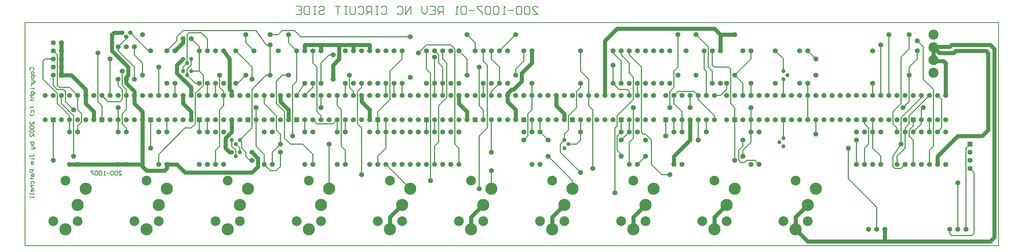
<source format=gbl>
*%FSLAX23Y23*%
*%MOIN*%
G01*
%ADD11C,0.006*%
%ADD12C,0.007*%
%ADD13C,0.008*%
%ADD14C,0.010*%
%ADD15C,0.012*%
%ADD16C,0.020*%
%ADD17C,0.032*%
%ADD18C,0.036*%
%ADD19C,0.050*%
%ADD20C,0.050*%
%ADD21C,0.052*%
%ADD22C,0.054*%
%ADD23C,0.055*%
%ADD24C,0.056*%
%ADD25C,0.059*%
%ADD26C,0.060*%
%ADD27C,0.062*%
%ADD28C,0.066*%
%ADD29C,0.070*%
%ADD30C,0.080*%
%ADD31C,0.090*%
%ADD32C,0.095*%
%ADD33C,0.115*%
%ADD34C,0.120*%
%ADD35C,0.124*%
%ADD36C,0.125*%
%ADD37C,0.129*%
%ADD38C,0.150*%
%ADD39C,0.154*%
%ADD40R,0.062X0.062*%
%ADD41R,0.066X0.066*%
D14*
X10076Y9439D02*
X10143D01*
X10076Y9506D01*
Y9522D01*
X10093Y9539D01*
X10126D01*
X10143Y9522D01*
X10043D02*
X10026Y9539D01*
X9993D01*
X9976Y9522D01*
Y9456D01*
X9993Y9439D01*
X10026D01*
X10043Y9456D01*
Y9522D01*
X9943D02*
X9926Y9539D01*
X9893D01*
X9876Y9522D01*
Y9456D01*
X9893Y9439D01*
X9926D01*
X9943Y9456D01*
Y9522D01*
X9843Y9489D02*
X9776D01*
X9743Y9439D02*
X9710D01*
X9726D01*
Y9539D01*
X9727D01*
X9726D02*
X9743Y9522D01*
X9660D02*
X9643Y9539D01*
X9610D01*
X9593Y9522D01*
Y9456D01*
X9610Y9439D01*
X9643D01*
X9660Y9456D01*
Y9522D01*
X9560D02*
X9543Y9539D01*
X9510D01*
X9493Y9522D01*
Y9456D01*
X9510Y9439D01*
X9543D01*
X9560Y9456D01*
Y9522D01*
X9460Y9539D02*
X9393D01*
Y9522D01*
X9460Y9456D01*
Y9439D01*
X9360Y9489D02*
X9293D01*
X9260Y9522D02*
X9243Y9539D01*
X9210D01*
X9193Y9522D01*
Y9456D01*
X9210Y9439D01*
X9243D01*
X9260Y9456D01*
Y9522D01*
X9160Y9439D02*
X9127D01*
X9143D01*
Y9539D01*
X9144D01*
X9143D02*
X9160Y9522D01*
X8977Y9539D02*
Y9439D01*
Y9539D02*
X8927D01*
X8910Y9522D01*
Y9489D01*
X8927Y9472D01*
X8977D01*
X8943D02*
X8910Y9439D01*
X8877Y9539D02*
X8810D01*
X8877D02*
Y9439D01*
X8810D01*
X8843Y9489D02*
X8877D01*
X8777Y9472D02*
Y9539D01*
Y9472D02*
X8743Y9439D01*
X8710Y9472D01*
Y9539D01*
X8577D02*
Y9439D01*
X8510D02*
X8577Y9539D01*
X8510D02*
Y9439D01*
X8410Y9522D02*
X8427Y9539D01*
X8460D01*
X8477Y9522D01*
Y9456D01*
X8460Y9439D01*
X8427D01*
X8410Y9456D01*
X8227Y9539D02*
X8210Y9522D01*
X8227Y9539D02*
X8260D01*
X8277Y9522D01*
Y9456D01*
X8260Y9439D01*
X8227D01*
X8210Y9456D01*
X8177Y9539D02*
X8144D01*
X8160D01*
Y9439D01*
X8177D01*
X8144D01*
X8094D02*
Y9539D01*
X8044D01*
X8027Y9522D01*
Y9489D01*
X8044Y9472D01*
X8094D01*
X8060D02*
X8027Y9439D01*
X7927Y9522D02*
X7944Y9539D01*
X7977D01*
X7994Y9522D01*
Y9456D01*
X7977Y9439D01*
X7944D01*
X7927Y9456D01*
X7894D02*
Y9539D01*
Y9456D02*
X7877Y9439D01*
X7844D01*
X7827Y9456D01*
Y9539D01*
X7794D02*
X7760D01*
X7777D01*
Y9439D01*
X7794D01*
X7760D01*
X7710Y9539D02*
X7644D01*
X7677D01*
Y9439D01*
X7461Y9539D02*
X7444Y9522D01*
X7461Y9539D02*
X7494D01*
X7511Y9522D01*
Y9506D01*
X7494Y9489D01*
X7461D01*
X7444Y9472D01*
Y9456D01*
X7461Y9439D01*
X7494D01*
X7511Y9456D01*
X7411Y9539D02*
X7377D01*
X7394D01*
Y9439D01*
X7411D01*
X7377D01*
X7327D02*
Y9539D01*
Y9439D02*
X7277D01*
X7261Y9456D01*
Y9522D01*
X7277Y9539D01*
X7327D01*
X7227D02*
X7161D01*
X7227D02*
Y9439D01*
X7161D01*
X7194Y9489D02*
X7227D01*
X5008Y7459D02*
X4975D01*
X5008D02*
X4975Y7492D01*
Y7501D01*
X4983Y7509D01*
X5000D01*
X5008Y7501D01*
X4958D02*
X4950Y7509D01*
X4933D01*
X4925Y7501D01*
Y7467D01*
X4933Y7459D01*
X4950D01*
X4958Y7467D01*
Y7501D01*
X4908D02*
X4900Y7509D01*
X4883D01*
X4875Y7501D01*
Y7467D01*
X4883Y7459D01*
X4900D01*
X4908Y7467D01*
Y7501D01*
X4858Y7484D02*
X4825D01*
X4808Y7459D02*
X4791D01*
X4800D01*
Y7509D01*
X4801D01*
X4800D02*
X4808Y7501D01*
X4766D02*
X4758Y7509D01*
X4741D01*
X4733Y7501D01*
Y7467D01*
X4741Y7459D01*
X4758D01*
X4766Y7467D01*
Y7501D01*
X4716D02*
X4708Y7509D01*
X4691D01*
X4683Y7501D01*
Y7467D01*
X4691Y7459D01*
X4708D01*
X4716Y7467D01*
Y7501D01*
X4666Y7509D02*
X4633D01*
Y7501D01*
X4666Y7467D01*
Y7459D01*
X3886Y8751D02*
X3878Y8759D01*
Y8776D01*
X3886Y8784D01*
X3920D01*
X3928Y8776D01*
Y8759D01*
X3920Y8751D01*
X3928Y8726D02*
Y8709D01*
X3920Y8701D01*
X3903D01*
X3895Y8709D01*
Y8726D01*
X3903Y8734D01*
X3920D01*
X3928Y8726D01*
X3945Y8684D02*
X3895D01*
Y8659D01*
X3903Y8651D01*
X3920D01*
X3928Y8659D01*
Y8684D01*
X3920Y8634D02*
X3895D01*
X3920D02*
X3928Y8626D01*
Y8601D01*
X3936D01*
X3945Y8609D01*
Y8617D01*
X3928Y8601D02*
X3895D01*
Y8584D02*
X3928D01*
X3911D01*
X3903Y8576D01*
X3895Y8567D01*
Y8559D01*
X3928Y8534D02*
Y8517D01*
Y8526D01*
X3895D01*
Y8534D01*
X3878Y8526D02*
X3879D01*
X3945Y8476D02*
Y8467D01*
X3936Y8459D01*
X3895D01*
Y8484D01*
X3903Y8492D01*
X3920D01*
X3928Y8484D01*
Y8459D01*
Y8442D02*
X3878D01*
X3903D02*
X3928D01*
X3903D02*
X3895Y8434D01*
Y8417D01*
X3903Y8409D01*
X3928D01*
X3895Y8384D02*
X3886D01*
X3895D02*
Y8392D01*
Y8376D01*
Y8384D01*
X3920D01*
X3928Y8376D01*
X3911Y8301D02*
X3928Y8284D01*
X3911Y8301D02*
X3895D01*
X3878Y8284D01*
X3895Y8251D02*
Y8226D01*
Y8251D02*
X3903Y8259D01*
X3920D01*
X3928Y8251D01*
Y8226D01*
Y8209D02*
X3911Y8193D01*
X3895D01*
X3878Y8209D01*
X3928Y8118D02*
Y8084D01*
Y8118D02*
X3895Y8084D01*
X3886D01*
X3878Y8093D01*
Y8109D01*
X3886Y8118D01*
Y8068D02*
X3878Y8059D01*
Y8043D01*
X3886Y8034D01*
X3920D01*
X3928Y8043D01*
Y8059D01*
X3920Y8068D01*
X3886D01*
Y8018D02*
X3878Y8009D01*
Y7993D01*
X3886Y7984D01*
X3920D01*
X3928Y7993D01*
Y8009D01*
X3920Y8018D01*
X3886D01*
X3928Y7968D02*
Y7934D01*
Y7968D02*
X3895Y7934D01*
X3886D01*
X3878Y7943D01*
Y7959D01*
X3886Y7968D01*
X3878Y7868D02*
X3928D01*
Y7843D01*
X3920Y7834D01*
X3911D01*
X3903D01*
X3895Y7843D01*
Y7868D01*
Y7818D02*
X3920D01*
X3928Y7809D01*
Y7784D01*
X3936D01*
X3945Y7793D01*
Y7801D01*
X3928Y7784D02*
X3895D01*
X3878Y7701D02*
Y7684D01*
Y7693D02*
Y7701D01*
Y7693D02*
X3920D01*
X3928Y7701D01*
Y7709D01*
X3920Y7718D01*
X3928Y7668D02*
Y7651D01*
Y7659D01*
X3895D01*
Y7668D01*
X3878Y7659D02*
X3879D01*
X3895Y7626D02*
X3928D01*
X3895D02*
Y7618D01*
X3903Y7609D01*
X3928D01*
X3903D01*
X3895Y7601D01*
X3903Y7593D01*
X3928D01*
Y7526D02*
X3878D01*
Y7501D01*
X3886Y7493D01*
X3903D01*
X3911Y7501D01*
Y7526D01*
X3895Y7468D02*
Y7451D01*
X3903Y7443D01*
X3928D01*
Y7468D01*
X3920Y7476D01*
X3911Y7468D01*
Y7443D01*
X3895Y7418D02*
X3886D01*
X3895D02*
Y7426D01*
Y7409D01*
Y7418D01*
X3920D01*
X3928Y7409D01*
X3895Y7376D02*
Y7351D01*
Y7376D02*
X3903Y7384D01*
X3920D01*
X3928Y7376D01*
Y7351D01*
Y7334D02*
X3878D01*
X3903D02*
X3928D01*
X3903D02*
X3895Y7326D01*
Y7309D01*
X3903Y7301D01*
X3928D01*
Y7276D02*
Y7259D01*
Y7276D02*
X3920Y7284D01*
X3903D01*
X3895Y7276D01*
Y7259D01*
X3903Y7251D01*
X3911D01*
Y7284D01*
X3928Y7235D02*
Y7218D01*
Y7226D01*
X3878D01*
Y7235D01*
X3928Y7193D02*
Y7176D01*
Y7185D01*
X3878D01*
Y7193D01*
X3818Y6589D02*
X15818D01*
Y9339D02*
X3818D01*
X15818D02*
Y6589D01*
X3818D02*
Y9339D01*
D15*
X6668Y9239D02*
X6793Y9064D01*
X7268Y8589D02*
X7168Y8439D01*
X14518Y7689D02*
X14618Y7839D01*
X6618Y8789D02*
X6418Y8989D01*
X12093Y9189D02*
X12243Y9039D01*
X12118Y8389D02*
X12318Y8189D01*
X4368D02*
X4218Y8339D01*
Y8464D02*
X4043Y8639D01*
X4968Y8989D02*
X5168Y8789D01*
X5343Y8989D02*
X5118Y9214D01*
X8268Y7589D02*
X8568Y7289D01*
X4418Y8189D02*
X4268Y8339D01*
X10268Y7689D02*
X10568Y7389D01*
X11418Y8789D02*
X11268Y8939D01*
X11543Y7589D02*
X11668Y7464D01*
X13968Y7414D02*
X14293Y7089D01*
X10668Y7489D02*
X10418Y7739D01*
X14893Y8639D02*
X15018Y8514D01*
X6918Y8189D02*
X6768Y8339D01*
X7243Y7839D02*
X7368Y7714D01*
X6618Y8514D02*
X6793Y8689D01*
X12568D02*
X12768Y8889D01*
X14718Y8189D02*
X14968Y8439D01*
X14868Y8414D02*
X14618Y8164D01*
X9868Y9189D02*
X9668Y8989D01*
X6618Y8039D02*
X6468Y7889D01*
X5568Y8989D02*
X5693Y9114D01*
X8318Y8739D02*
X8468Y8889D01*
X8318Y8389D02*
X8168Y8239D01*
X5793Y8039D02*
X5468Y7714D01*
X11118Y8189D02*
X11318Y8389D01*
X15243Y6714D02*
X15493D01*
X4043Y8639D02*
Y8864D01*
X4168Y8689D02*
Y8564D01*
Y8139D02*
Y7639D01*
X4218Y8514D02*
X4168Y8564D01*
X4218Y8939D02*
X4168Y8989D01*
X4068Y8889D02*
X4043Y8864D01*
X4218Y8439D02*
Y8339D01*
Y8439D02*
Y8464D01*
X4368Y8189D02*
Y8139D01*
X4318Y8364D02*
Y8489D01*
X4218Y8564D02*
Y8939D01*
X4268Y8439D02*
Y8339D01*
X4368Y8139D02*
Y7989D01*
X4243Y8539D02*
X4218Y8564D01*
X4368Y8539D02*
X4468Y8439D01*
X4318Y8489D02*
X4293Y8514D01*
X4318Y8364D02*
X4418Y8264D01*
Y8189D02*
Y7689D01*
X4468Y7989D02*
Y8064D01*
X4518Y8114D02*
Y8214D01*
X4468Y8264D02*
Y8439D01*
Y8264D02*
X4518Y8214D01*
Y8114D02*
X4468Y8064D01*
X14543Y7539D02*
X14618D01*
X6918Y7514D02*
X6843D01*
X11668Y7464D02*
X11768D01*
X4718Y8364D02*
Y8964D01*
X4768Y8314D02*
Y8139D01*
Y8314D02*
X4718Y8364D01*
X4768Y8439D02*
X4843Y8364D01*
X12718Y7639D02*
X12818D01*
X12693Y7614D02*
X12643D01*
X6618Y7639D02*
X6593D01*
X4868Y8439D02*
Y8889D01*
X4968Y8289D02*
Y8139D01*
Y8989D02*
Y9039D01*
Y8639D02*
Y8564D01*
Y8139D02*
Y7989D01*
X5018Y8514D02*
X4968Y8564D01*
Y9039D02*
X5068Y9139D01*
X10518Y7839D02*
X10618D01*
X7243D02*
X7093D01*
X5068Y8439D02*
Y8514D01*
Y9139D02*
Y9164D01*
X5018Y8739D02*
Y8564D01*
Y8514D02*
Y8389D01*
X5068Y8039D02*
Y7989D01*
X5018Y8089D02*
Y8214D01*
X5068Y8264D02*
Y8439D01*
Y8514D02*
X5018Y8564D01*
Y8089D02*
X5068Y8039D01*
X4993Y8364D02*
X5018Y8389D01*
X5068Y8264D02*
X5018Y8214D01*
X7418Y8089D02*
X7618D01*
X11443Y7964D02*
X11468D01*
X5868Y8039D02*
X5793D01*
X5168Y8939D02*
Y9039D01*
X5268Y8839D02*
Y8689D01*
X5168Y8639D02*
Y8789D01*
X5268Y8839D02*
X5168Y8939D01*
X5468Y8789D02*
Y8439D01*
X5368Y8139D02*
Y7789D01*
X5468Y7714D02*
Y7589D01*
X12318Y8439D02*
X12393D01*
X4993Y8364D02*
X4843D01*
X4293Y8514D02*
X4218D01*
X11143D02*
X11243D01*
X11868Y8489D02*
X12068D01*
X5668Y8439D02*
Y8589D01*
X5568Y8139D02*
Y7989D01*
X5693Y9114D02*
Y9164D01*
X5768Y9239D01*
X6418Y8589D02*
X6443D01*
X6793Y8689D02*
X6843D01*
X6993D02*
X7068D01*
X4368Y8539D02*
X4243D01*
X5918Y8589D02*
X5968D01*
X5868Y8814D02*
Y8889D01*
X5818Y8764D02*
Y8689D01*
X5768Y8739D02*
Y8789D01*
X5818Y8839D02*
Y9189D01*
X5918Y8464D02*
Y8089D01*
X5968Y9039D02*
X5868Y9139D01*
X5818Y8689D02*
X5918Y8589D01*
X5843Y8789D02*
X5868Y8814D01*
X5843Y8789D02*
X5818Y8764D01*
Y9189D02*
X5843Y9214D01*
X5818Y8839D02*
X5768Y8789D01*
X5918Y8089D02*
X5868Y8039D01*
X5918Y8464D02*
X6018Y8564D01*
X12318Y8789D02*
X12493D01*
X5968Y8739D02*
X5868D01*
X4168Y8889D02*
X4068D01*
X6068Y8589D02*
Y8439D01*
X5968Y8139D02*
Y7989D01*
X6068D02*
Y8139D01*
X5968Y8989D02*
Y9039D01*
X6068Y8989D02*
Y9139D01*
X6018Y8689D02*
Y8564D01*
X5968Y8739D02*
Y8989D01*
X6068Y9139D02*
X5993Y9214D01*
X5968Y8739D02*
X6018Y8689D01*
X8768Y9064D02*
X9068D01*
X6843D02*
X6793D01*
X7568Y8939D02*
X7618D01*
X5368Y8989D02*
X5343D01*
X6168Y8589D02*
Y8439D01*
X6218Y8264D02*
Y7814D01*
X6168Y7764D02*
Y7589D01*
X6218Y8539D02*
Y8689D01*
X6268Y8439D02*
Y8314D01*
Y8439D02*
Y8489D01*
X6218Y8539D01*
Y7814D02*
X6168Y7764D01*
X6218Y8264D02*
X6268Y8314D01*
X6843Y9189D02*
X6943D01*
X6993Y9239D02*
X7143D01*
X7218Y9164D02*
X8568D01*
X6668Y9239D02*
X5768D01*
X5843Y9214D02*
X5993D01*
X6493Y7864D02*
Y7789D01*
X6468D02*
Y7739D01*
X6418Y7764D02*
Y7689D01*
X6368Y7814D02*
Y7889D01*
X6493Y7789D02*
X6543Y7739D01*
X6493Y7864D02*
X6468Y7889D01*
X6418Y7839D02*
X6468Y7789D01*
X6418Y7764D02*
X6368Y7814D01*
X6443Y8589D02*
X6543Y8689D01*
X6618Y8639D02*
Y8789D01*
X6543Y9089D02*
Y9189D01*
X6618Y8514D02*
Y8039D01*
X6543Y7739D02*
Y7689D01*
X6668Y7814D02*
Y8139D01*
Y8289D01*
X6643Y8989D02*
X6543Y9089D01*
X6668Y7814D02*
X6768Y7714D01*
X6593Y7639D02*
X6543Y7689D01*
X6843Y8689D02*
Y9064D01*
X6918Y8614D02*
Y8339D01*
X6868Y7739D02*
Y7589D01*
X6768D02*
Y7714D01*
X6918Y8014D02*
Y8189D01*
X6768Y8339D02*
Y8439D01*
Y7589D02*
X6843Y7514D01*
X6968Y7964D02*
X6918Y8014D01*
X7018Y8239D02*
X6918Y8339D01*
Y8614D02*
X6993Y8689D01*
X6968Y7564D02*
X6918Y7514D01*
X6868Y7739D02*
X6968Y7839D01*
X7068Y9089D02*
Y9189D01*
X6968Y7739D02*
Y7564D01*
Y7839D02*
Y7964D01*
X7018Y7914D02*
Y8239D01*
X7118Y7939D02*
Y8564D01*
X7168Y8989D02*
X7068Y9089D01*
X7018Y7914D02*
X7093Y7839D01*
X6943Y9189D02*
X6993Y9239D01*
X7168Y8614D02*
X7118Y8564D01*
X7168Y8614D02*
Y8989D01*
X7268Y8139D02*
Y7989D01*
X7218Y9164D02*
X7143Y9239D01*
X7368Y8539D02*
X7268Y8439D01*
X7368Y8539D02*
Y8589D01*
X7418Y8789D02*
Y8239D01*
X7468Y8289D02*
Y8439D01*
Y8189D02*
Y8139D01*
X7368Y8839D02*
Y8989D01*
X7468Y8839D02*
Y8589D01*
X7368Y7714D02*
Y7589D01*
X7468Y8189D02*
X7418Y8239D01*
Y8789D02*
X7368Y8839D01*
Y8139D02*
X7418Y8089D01*
X7468Y8839D02*
X7568Y8939D01*
X7668Y8139D02*
Y7989D01*
Y8314D02*
Y8439D01*
X7568Y7839D02*
Y7289D01*
X7718Y8264D02*
X7668Y8314D01*
Y8139D02*
X7618Y8089D01*
X7818Y8539D02*
Y8689D01*
X7768Y8589D02*
Y8439D01*
Y8139D02*
Y7989D01*
X7868Y8439D02*
Y8489D01*
X7718Y8264D02*
Y7814D01*
X7768Y7764D02*
Y7589D01*
X7868Y8489D02*
X7818Y8539D01*
X7718Y7814D02*
X7768Y7764D01*
X7968Y8039D02*
Y7464D01*
X7918Y8089D02*
Y8489D01*
X7968Y8539D02*
Y8589D01*
X7918Y8089D02*
X7968Y8039D01*
X7918Y8489D02*
X7968Y8539D01*
X8268Y8139D02*
Y7989D01*
Y7789D01*
X8168Y7689D02*
Y7589D01*
X8268Y8439D02*
Y8589D01*
X8168Y8139D02*
Y7989D01*
Y8139D02*
Y8239D01*
X8268Y7789D02*
X8168Y7689D01*
X8468Y8439D02*
Y8589D01*
X8368D02*
Y8439D01*
X8318Y8389D02*
Y8739D01*
X8468Y8889D02*
Y8989D01*
X8668Y8964D02*
X8768Y9064D01*
X8868Y8589D02*
Y8439D01*
Y7814D02*
Y7589D01*
Y7989D02*
Y8139D01*
X8768D02*
Y7989D01*
X8868Y8589D02*
Y8914D01*
X8818Y8714D02*
Y7389D01*
X8768Y8764D02*
Y8989D01*
X8868D02*
X8918Y8939D01*
X8768Y8764D02*
X8818Y8714D01*
X8918Y7864D02*
X8868Y7814D01*
X8918Y8839D02*
Y8939D01*
X8968Y8589D02*
Y8439D01*
Y8589D02*
Y8789D01*
X9018Y8839D02*
Y8414D01*
X8918Y8314D02*
Y7864D01*
X8968Y8889D02*
Y8989D01*
X9068Y9064D02*
X9118Y9014D01*
X8918Y8839D02*
X8968Y8789D01*
X9018Y8839D02*
X8968Y8889D01*
X9018Y8414D02*
X8918Y8314D01*
X9168Y7789D02*
Y7589D01*
X9118Y7839D02*
Y9014D01*
X9268Y8889D02*
Y8689D01*
X9118Y7839D02*
X9168Y7789D01*
X9268Y8889D02*
X9168Y8989D01*
X9268Y9189D02*
X9368Y9089D01*
Y8989D01*
X9418Y8789D02*
Y8314D01*
Y7939D02*
Y7289D01*
X9468Y8439D02*
Y8589D01*
Y8264D02*
Y8139D01*
Y8864D02*
Y8989D01*
X9418Y8314D02*
X9468Y8264D01*
X9518Y8814D02*
X9468Y8864D01*
X9518Y8039D02*
X9418Y7939D01*
X9568Y8889D02*
Y8989D01*
Y8489D02*
Y8439D01*
Y8139D02*
Y7739D01*
Y7514D02*
Y7289D01*
X9518Y8039D02*
Y8814D01*
X9568Y8889D02*
X9668Y8789D01*
Y8589D02*
X9568Y8489D01*
X9668Y8589D02*
Y8789D01*
X10018Y8214D02*
Y7939D01*
X9868Y8689D02*
Y8764D01*
X9968Y8864D02*
Y8989D01*
X10068Y8264D02*
X10018Y8214D01*
Y7939D02*
X9968Y7889D01*
X9868Y8764D02*
X9968Y8864D01*
X10068Y8139D02*
Y7989D01*
X10168D02*
Y8139D01*
X10068Y8264D02*
Y8439D01*
Y8589D01*
X10168Y7989D02*
X10268Y7889D01*
X10418Y7839D02*
Y7739D01*
Y7839D02*
X10468Y7889D01*
X10518Y8014D02*
Y8189D01*
X10618Y8289D02*
Y8489D01*
X10568Y7389D02*
Y7289D01*
X10468Y7889D02*
Y7964D01*
X10618Y7839D02*
X10668Y7889D01*
X10518Y8014D02*
X10468Y7964D01*
X10518Y8189D02*
X10618Y8289D01*
Y8489D02*
X10668Y8539D01*
Y7989D02*
Y7889D01*
Y7989D02*
Y8139D01*
Y8539D02*
Y8589D01*
Y8739D02*
Y8989D01*
X10818Y8264D02*
Y7539D01*
X10768Y8439D02*
Y8639D01*
Y8439D02*
Y8314D01*
Y8639D02*
X10668Y8739D01*
X10768Y8314D02*
X10818Y8264D01*
X11068Y8964D02*
Y8989D01*
Y8814D02*
Y8589D01*
X11093Y8039D02*
Y7239D01*
X11168Y8589D02*
Y8814D01*
Y8864D01*
Y8939D02*
Y8989D01*
X11118Y7939D02*
Y7764D01*
X11168Y7714D02*
Y7689D01*
Y7989D02*
Y8139D01*
X11118Y8189D02*
Y8064D01*
X11143Y8514D02*
X11068Y8589D01*
X11168Y8864D02*
X11068Y8964D01*
X11168Y8939D02*
X11268Y8839D01*
X11118Y7764D02*
X11168Y7714D01*
Y7889D02*
X11268Y7989D01*
X11118Y8064D02*
X11093Y8039D01*
X11168Y7989D02*
X11118Y7939D01*
X11268Y7989D02*
Y8139D01*
X11368Y8439D02*
Y8589D01*
X11268Y8489D02*
Y8439D01*
Y8714D02*
Y8839D01*
X11418Y8789D02*
Y7989D01*
X11268Y8939D02*
Y8989D01*
Y7864D02*
Y7589D01*
X11318Y7914D02*
Y8289D01*
Y8389D02*
Y8664D01*
X11243Y8514D02*
X11268Y8489D01*
X11318Y8664D02*
X11268Y8714D01*
X11418Y7989D02*
X11443Y7964D01*
X11468Y7689D02*
X11368Y7589D01*
X11268Y7864D02*
X11318Y7914D01*
X11543Y7889D02*
Y7589D01*
Y7889D02*
X11468Y7964D01*
X11768Y8289D02*
Y8489D01*
X11718Y8139D02*
Y7939D01*
X11818Y7989D02*
Y8139D01*
Y8539D02*
Y8739D01*
Y8439D02*
Y8339D01*
X11918Y8239D01*
X11768Y8489D02*
X11818Y8539D01*
Y8739D02*
X11868Y8789D01*
Y8489D02*
X11818Y8439D01*
X11868Y8789D02*
Y9189D01*
X11918Y8139D02*
Y7989D01*
Y8139D02*
Y8239D01*
X12193Y8764D02*
Y8989D01*
X12118Y8139D02*
Y7889D01*
X12018Y8289D02*
Y8439D01*
X12118D02*
Y8389D01*
X12218Y8739D02*
X12193Y8764D01*
X12068Y8489D02*
X12118Y8439D01*
X12218D02*
Y8739D01*
X12293D02*
Y8589D01*
X12243Y8789D02*
Y9039D01*
X12293Y8989D02*
Y8814D01*
X12318Y8189D02*
Y8139D01*
X12218D02*
Y7989D01*
X12293Y8739D02*
X12243Y8789D01*
X12293Y8814D02*
X12318Y8789D01*
X12468Y8514D02*
X12393Y8439D01*
X12468Y8514D02*
Y8589D01*
X12518Y8764D02*
Y8339D01*
X12568Y8139D02*
Y7639D01*
Y8139D02*
Y8289D01*
X12518Y8764D02*
X12493Y8789D01*
X12568Y8689D02*
X12668Y8589D01*
X12518Y8339D02*
X12568Y8289D01*
X12768Y8889D02*
Y8989D01*
X12668Y8589D02*
Y8439D01*
Y7764D02*
Y7689D01*
X12768Y7864D02*
Y7989D01*
X12618Y7764D02*
Y7639D01*
X12668Y7814D02*
Y7889D01*
X12768Y8439D02*
Y8589D01*
Y8139D02*
Y7989D01*
Y8139D02*
Y8289D01*
X12618Y7639D02*
X12643Y7614D01*
X12668Y7764D02*
X12768Y7864D01*
X12718Y7639D02*
X12693Y7614D01*
X12618Y7764D02*
X12668Y7814D01*
X12818Y7639D02*
X12868Y7589D01*
X13168Y8739D02*
Y8889D01*
Y8639D02*
Y8439D01*
Y8139D02*
Y7914D01*
Y8889D02*
X13068Y8989D01*
X13568Y8139D02*
Y7964D01*
X13468Y8139D02*
Y8439D01*
Y8589D01*
X13568Y8889D02*
X13468Y8989D01*
X13968Y7789D02*
Y7414D01*
X14068Y7589D02*
Y7889D01*
X14168Y8089D02*
Y8139D01*
Y7789D02*
Y7589D01*
X14218Y8039D02*
X14168Y8089D01*
X14218Y7839D02*
X14168Y7789D01*
X14268Y7989D02*
Y8139D01*
Y7989D02*
Y7789D01*
X14218Y7839D02*
Y8039D01*
X14268Y8439D02*
Y8589D01*
X14318Y7064D02*
Y6789D01*
X14368Y7689D02*
X14268Y7789D01*
X14293Y7089D02*
X14318Y7064D01*
X14468Y8439D02*
Y9189D01*
X14368Y9064D02*
Y8439D01*
X14518Y7689D02*
Y7564D01*
X14368Y7589D02*
Y7689D01*
X14518Y8089D02*
Y8239D01*
Y7564D02*
X14543Y7539D01*
X14568Y8039D02*
X14518Y8089D01*
Y8239D02*
X14618Y8339D01*
X14668Y8039D02*
Y7989D01*
Y7789D01*
X14718Y8089D02*
Y8189D01*
Y8014D02*
Y7939D01*
X14618Y7839D02*
Y8164D01*
X14568Y7689D02*
Y7589D01*
X14718Y9014D02*
Y9189D01*
X14568Y8039D02*
Y7989D01*
X14618Y8339D02*
Y8914D01*
X14718Y8789D02*
Y8689D01*
Y8364D01*
Y7939D02*
X14768Y7889D01*
X14693Y8064D02*
X14718Y8089D01*
X14693Y8064D02*
X14668Y8039D01*
X14718Y8014D02*
X14768Y8064D01*
X14668Y7589D02*
X14618Y7539D01*
X14718Y8789D02*
X14818Y8889D01*
X14668Y7789D02*
X14568Y7689D01*
X14618Y8914D02*
X14718Y9014D01*
Y8364D02*
X14643Y8289D01*
X14768Y7889D02*
Y7589D01*
Y8064D02*
Y8139D01*
X14868Y8414D02*
Y8439D01*
X14818Y8889D02*
Y8989D01*
X14893Y9039D02*
Y8639D01*
X14868Y8139D02*
Y8089D01*
Y8139D02*
Y8264D01*
X14893Y9039D02*
X14818Y9114D01*
X14868Y8089D02*
X14768Y7989D01*
X14868Y8264D02*
X14893Y8289D01*
X15118Y8389D02*
Y8039D01*
X14968Y7989D02*
Y8139D01*
X15018Y7814D02*
Y8514D01*
X14968Y7764D02*
Y7589D01*
X15118Y8389D02*
X15068Y8439D01*
X15118Y8039D02*
X15068Y7989D01*
X15018Y7814D02*
X14968Y7764D01*
X15318Y7364D02*
Y6789D01*
X15218D02*
Y6739D01*
X15243Y6714D01*
X15518Y6739D02*
Y7489D01*
X15418Y7789D02*
Y6789D01*
X15518Y7489D02*
X15468Y7539D01*
X15518Y6739D02*
X15493Y6714D01*
X15418Y7789D02*
X15468Y7839D01*
D20*
X15043Y9039D02*
X15018Y9033D01*
X6343Y8889D02*
X6268Y8989D01*
X12318Y9264D02*
X12393Y9189D01*
X15718Y9064D02*
X15768Y9014D01*
X15168Y8839D02*
X15143Y8864D01*
X5093Y8789D02*
X4918Y8964D01*
X4893Y8989D01*
X13318Y6789D02*
X13468Y6639D01*
X10468Y8214D02*
X10368Y8314D01*
X9868Y8264D02*
X9768Y8364D01*
X9268Y8239D02*
X9168Y8339D01*
X8068Y8264D02*
X7968Y8364D01*
X5868Y8239D02*
X5768Y8339D01*
X4568Y8514D02*
X4393Y8689D01*
X4568Y8339D02*
X4668Y8239D01*
X5693Y8714D02*
X5868Y8539D01*
X5168Y8489D02*
X5068Y8589D01*
X6293Y7789D02*
X6318Y7764D01*
X6343Y7739D01*
X5268Y8239D02*
X5168Y8339D01*
X6968Y8364D02*
X7068Y8264D01*
X5318Y7514D02*
X5268Y7564D01*
X5693Y7589D02*
X5793Y7489D01*
X6618Y7739D02*
X6693Y7664D01*
X15668Y8989D02*
X15693Y8964D01*
X15093D02*
X15018Y9039D01*
X6368Y8489D02*
X6343Y8514D01*
X7618Y8814D02*
X7693Y8889D01*
X9468Y7089D02*
X9318Y6939D01*
X8468Y7089D02*
X8318Y6939D01*
X10318D02*
X10468Y7089D01*
X11318Y6939D02*
X11468Y7089D01*
X12318Y6939D02*
X12468Y7089D01*
X13318Y6939D02*
X13468Y7089D01*
X15718Y6639D02*
X15768Y6689D01*
X15218Y9039D02*
X15243Y9064D01*
X5768Y9089D02*
X5668Y8989D01*
X4918Y9214D02*
X4893Y9189D01*
X11818Y7689D02*
X12018Y7889D01*
X10068Y8839D02*
X9943Y8714D01*
Y8614D02*
X9843Y8514D01*
X9818D02*
X9768Y8464D01*
X5718Y8839D02*
X5693Y8814D01*
X5718Y8839D02*
X5768Y8889D01*
X5093Y8689D02*
X5068Y8664D01*
X6293Y7914D02*
X6368Y7989D01*
X5568Y7539D02*
X5543Y7514D01*
X6618Y7489D02*
X6693Y7564D01*
X15068Y7689D02*
X15318Y7939D01*
X15618D02*
X15693Y8014D01*
X15268Y8964D02*
X15293Y8989D01*
X11118Y9264D02*
X10968Y9114D01*
X13468Y6639D02*
X15718D01*
X14418D02*
X13468D01*
X4268Y8989D02*
Y9089D01*
Y8989D02*
Y8889D01*
Y8789D01*
Y8689D01*
X4568Y8514D02*
Y8439D01*
Y8339D01*
X5793Y7489D02*
X6618D01*
X5543Y7514D02*
X5318D01*
X4668Y8139D02*
Y8239D01*
X6343Y7739D02*
X6368D01*
X5693Y7589D02*
X5568D01*
X4468D02*
X4368D01*
X4468D02*
X4968D01*
X5068D01*
X5268D01*
X4893Y8989D02*
Y9189D01*
X5093Y8789D02*
Y8689D01*
X5068Y8664D02*
Y8639D01*
Y8589D01*
X15318Y7939D02*
X15618D01*
X5168Y8439D02*
Y8489D01*
Y8414D02*
Y8339D01*
Y8414D02*
Y8439D01*
X5268Y8239D02*
Y8139D01*
Y7564D01*
Y7589D02*
Y8139D01*
Y7589D02*
Y7564D01*
X9818Y8514D02*
X9843D01*
X5693Y8714D02*
Y8814D01*
X5568Y7589D02*
Y7539D01*
X4393Y8689D02*
X4268D01*
X5768Y9089D02*
Y9139D01*
Y8439D02*
Y8339D01*
X5868Y8239D02*
Y8139D01*
Y8439D02*
Y8539D01*
X15018Y8864D02*
X15143D01*
X15243Y9064D02*
X15718D01*
X8068D02*
X7868D01*
X15293Y8989D02*
X15668D01*
X15268Y8964D02*
X15093D01*
X15018Y9039D02*
X15218D01*
X7868Y9064D02*
X7693D01*
X7468D01*
X7268D01*
X6293Y7914D02*
Y7789D01*
X12043Y9264D02*
X12318D01*
X12393Y9189D02*
X12568D01*
X5018Y9214D02*
X4918D01*
X11118Y9264D02*
X12043D01*
X6368Y8489D02*
Y8439D01*
Y8139D02*
Y7989D01*
X6343Y8514D02*
Y8889D01*
X6693Y7664D02*
Y7564D01*
X6968Y8364D02*
Y8439D01*
X7068Y8264D02*
Y8139D01*
X7268Y8989D02*
Y9064D01*
X7468D02*
Y8989D01*
X7618Y8814D02*
Y8639D01*
X7693Y8889D02*
Y9064D01*
X7868D02*
Y8989D01*
X8068Y8264D02*
Y8139D01*
X7968Y8364D02*
Y8439D01*
X8068Y8989D02*
Y9064D01*
X8318Y6939D02*
Y6789D01*
X9168Y8339D02*
Y8439D01*
X9268Y8239D02*
Y8139D01*
X9318Y6939D02*
Y6789D01*
X9768Y8364D02*
Y8439D01*
Y8464D01*
X9868Y8264D02*
Y8139D01*
X9943Y8614D02*
Y8714D01*
X10068Y8839D02*
Y8989D01*
X10318Y6939D02*
Y6789D01*
X10368Y8314D02*
Y8439D01*
X10468Y8214D02*
Y8139D01*
X10968Y8439D02*
Y9114D01*
X11318Y6939D02*
Y6789D01*
X11818Y7589D02*
Y7689D01*
X12018Y7889D02*
Y8139D01*
X12393Y8989D02*
Y9189D01*
X12318Y6939D02*
Y6789D01*
X13318D02*
Y6939D01*
X14418Y6789D02*
Y6639D01*
X15018Y8864D02*
Y8877D01*
X15068Y7689D02*
Y7589D01*
X15018Y8864D02*
Y9033D01*
Y9039D01*
X15168Y8839D02*
Y8439D01*
X15693Y8014D02*
Y8964D01*
X15768Y9014D02*
Y6689D01*
X13118Y7864D02*
D03*
X13168Y7814D02*
D03*
Y7914D02*
D03*
X13218Y8689D02*
D03*
X13168Y8739D02*
D03*
Y8639D02*
D03*
X10468Y7889D02*
D03*
X10518Y7839D02*
D03*
X10468Y7789D02*
D03*
X6418Y7839D02*
D03*
X6468Y7889D02*
D03*
X6368D02*
D03*
X6418Y7689D02*
D03*
X6468Y7739D02*
D03*
X6368D02*
D03*
X5818Y8839D02*
D03*
X5868Y8889D02*
D03*
X5768D02*
D03*
X5818Y8689D02*
D03*
X5868Y8739D02*
D03*
X5768D02*
D03*
D23*
X5018Y9214D02*
D03*
X5068Y9164D02*
D03*
X5118Y9214D02*
D03*
D27*
X15318Y7364D02*
D03*
X14818Y9114D02*
D03*
X14893Y8289D02*
D03*
X14618Y7839D02*
D03*
X14643Y8289D02*
D03*
X14468Y9189D02*
D03*
X14368Y9064D02*
D03*
X14068Y7889D02*
D03*
X13968Y7789D02*
D03*
X13568Y7964D02*
D03*
X12768Y8289D02*
D03*
X12468Y8589D02*
D03*
X12568Y7639D02*
D03*
X12218Y7989D02*
D03*
X12118Y7889D02*
D03*
X12018Y8289D02*
D03*
X11768Y7464D02*
D03*
Y8289D02*
D03*
X11718Y7939D02*
D03*
X11318Y8289D02*
D03*
X11068Y8814D02*
D03*
X11093Y7239D02*
D03*
X11168Y7689D02*
D03*
X10818Y7539D02*
D03*
X9568Y7739D02*
D03*
Y7514D02*
D03*
X9418Y8789D02*
D03*
Y7289D02*
D03*
X8868Y8914D02*
D03*
X8818Y7389D02*
D03*
X7968Y7464D02*
D03*
X7818Y8689D02*
D03*
X7568Y7839D02*
D03*
X7468Y8289D02*
D03*
X7118Y7939D02*
D03*
X6843Y9064D02*
D03*
X6618Y8639D02*
D03*
X6668Y8289D02*
D03*
X6218Y8689D02*
D03*
X5468Y8789D02*
D03*
X5368Y7789D02*
D03*
X5018Y8739D02*
D03*
X4868Y8889D02*
D03*
X4968Y8289D02*
D03*
X4718Y8964D02*
D03*
X4418Y8264D02*
D03*
Y7689D02*
D03*
X4168Y7639D02*
D03*
X15468Y7539D02*
D03*
Y7639D02*
D03*
Y7739D02*
D03*
X15318Y6789D02*
D03*
X15218D02*
D03*
X15418D02*
D03*
X14818Y8989D02*
D03*
X14718Y8689D02*
D03*
Y9189D02*
D03*
X13968Y8439D02*
D03*
Y8139D02*
D03*
X14168Y8439D02*
D03*
X14268D02*
D03*
X14368D02*
D03*
X14468D02*
D03*
Y8139D02*
D03*
X14368D02*
D03*
X14268D02*
D03*
X14568Y8439D02*
D03*
Y8139D02*
D03*
X14068D02*
D03*
Y8439D02*
D03*
X14268Y7989D02*
D03*
Y7589D02*
D03*
X14168Y7989D02*
D03*
Y7589D02*
D03*
X14368Y7989D02*
D03*
Y7589D02*
D03*
X14068Y7989D02*
D03*
Y7589D02*
D03*
X14268Y8989D02*
D03*
Y8589D02*
D03*
X14768Y8439D02*
D03*
X14868D02*
D03*
X14968D02*
D03*
X15068D02*
D03*
Y8139D02*
D03*
X14968D02*
D03*
X14868D02*
D03*
X14668D02*
D03*
Y8439D02*
D03*
X15168D02*
D03*
Y8139D02*
D03*
X15068Y7989D02*
D03*
Y7589D02*
D03*
X15168D02*
D03*
Y7989D02*
D03*
X14968D02*
D03*
Y7589D02*
D03*
X14868Y7989D02*
D03*
Y7589D02*
D03*
X14768D02*
D03*
Y7989D02*
D03*
X14668Y7589D02*
D03*
Y7989D02*
D03*
X14568D02*
D03*
Y7589D02*
D03*
X14318Y6789D02*
D03*
X14218D02*
D03*
X14418D02*
D03*
X13068Y8589D02*
D03*
Y8989D02*
D03*
X12293Y8589D02*
D03*
Y8989D02*
D03*
X12668D02*
D03*
X12568Y8689D02*
D03*
Y9189D02*
D03*
X13568Y8889D02*
D03*
Y8689D02*
D03*
X13368Y8589D02*
D03*
Y8989D02*
D03*
X12393D02*
D03*
Y8589D02*
D03*
X12468Y8139D02*
D03*
Y8439D02*
D03*
X12568D02*
D03*
X12668D02*
D03*
X12768D02*
D03*
X12868D02*
D03*
Y8139D02*
D03*
X12768D02*
D03*
X12668D02*
D03*
X12968Y8439D02*
D03*
Y8139D02*
D03*
X12768Y8989D02*
D03*
Y8589D02*
D03*
Y7989D02*
D03*
Y7589D02*
D03*
X12868Y7989D02*
D03*
Y7589D02*
D03*
X12668Y7689D02*
D03*
Y7889D02*
D03*
X13168Y8439D02*
D03*
X13268D02*
D03*
X13368D02*
D03*
X13468D02*
D03*
X13568D02*
D03*
X13668D02*
D03*
X13768D02*
D03*
X13868D02*
D03*
Y8139D02*
D03*
X13768D02*
D03*
X13668D02*
D03*
X13568D02*
D03*
X13468D02*
D03*
X13368D02*
D03*
X13268D02*
D03*
X13068D02*
D03*
Y8439D02*
D03*
X13468Y8989D02*
D03*
Y8589D02*
D03*
X12193Y8989D02*
D03*
X12093Y8689D02*
D03*
Y9189D02*
D03*
X11268Y8589D02*
D03*
Y8989D02*
D03*
X11168Y8589D02*
D03*
Y8989D02*
D03*
X11068Y8589D02*
D03*
Y8989D02*
D03*
X11368Y8589D02*
D03*
Y8989D02*
D03*
X11468Y8589D02*
D03*
Y8989D02*
D03*
X11568Y8589D02*
D03*
Y8989D02*
D03*
X11968D02*
D03*
X11868Y8689D02*
D03*
Y9189D02*
D03*
X11168Y8439D02*
D03*
X11268D02*
D03*
X11368D02*
D03*
X11468D02*
D03*
Y8139D02*
D03*
X11368D02*
D03*
X11268D02*
D03*
X11668Y8989D02*
D03*
Y8589D02*
D03*
X11768Y8989D02*
D03*
Y8589D02*
D03*
X11568Y8439D02*
D03*
Y8139D02*
D03*
X11068D02*
D03*
Y8439D02*
D03*
X11718D02*
D03*
X11818D02*
D03*
X11918D02*
D03*
X12018D02*
D03*
X12118D02*
D03*
X12218D02*
D03*
X12318D02*
D03*
Y8139D02*
D03*
X12218D02*
D03*
X12118D02*
D03*
X12018D02*
D03*
X11918D02*
D03*
X11818D02*
D03*
X11268Y7989D02*
D03*
Y7589D02*
D03*
X11368Y7989D02*
D03*
Y7589D02*
D03*
X11468Y7689D02*
D03*
Y7889D02*
D03*
X11168D02*
D03*
Y7989D02*
D03*
X11918Y7589D02*
D03*
Y7989D02*
D03*
X11818Y7589D02*
D03*
Y7989D02*
D03*
X10968Y8439D02*
D03*
Y8139D02*
D03*
X10668Y8989D02*
D03*
Y8589D02*
D03*
Y7489D02*
D03*
Y7989D02*
D03*
X9068Y8589D02*
D03*
Y8989D02*
D03*
X9168Y8589D02*
D03*
Y8989D02*
D03*
X9368D02*
D03*
X9268Y8689D02*
D03*
Y9189D02*
D03*
X9968Y8989D02*
D03*
X9868Y8689D02*
D03*
Y9189D02*
D03*
X9768Y8589D02*
D03*
Y8989D02*
D03*
X9668Y8589D02*
D03*
Y8989D02*
D03*
X9568Y8589D02*
D03*
Y8989D02*
D03*
X10568Y8439D02*
D03*
X10668D02*
D03*
X10768D02*
D03*
X10868D02*
D03*
Y8139D02*
D03*
X10768D02*
D03*
X10668D02*
D03*
X10468D02*
D03*
Y8439D02*
D03*
X10368D02*
D03*
Y8139D02*
D03*
X9968Y8439D02*
D03*
X10068D02*
D03*
X10168D02*
D03*
X10268D02*
D03*
Y8139D02*
D03*
X10168D02*
D03*
X10068D02*
D03*
X9868D02*
D03*
Y8439D02*
D03*
X10068Y7989D02*
D03*
Y7589D02*
D03*
X10168Y7989D02*
D03*
Y7589D02*
D03*
X10268Y7689D02*
D03*
Y7889D02*
D03*
X10068Y8989D02*
D03*
Y8589D02*
D03*
X9968Y7989D02*
D03*
Y7889D02*
D03*
X9368Y8439D02*
D03*
X9468D02*
D03*
X9568D02*
D03*
X9668D02*
D03*
Y8139D02*
D03*
X9568D02*
D03*
X9468D02*
D03*
X9268D02*
D03*
Y8439D02*
D03*
X9768D02*
D03*
Y8139D02*
D03*
X9168Y8439D02*
D03*
Y8139D02*
D03*
X9068Y7989D02*
D03*
Y7589D02*
D03*
X9468Y8989D02*
D03*
Y8589D02*
D03*
X9168Y7989D02*
D03*
Y7589D02*
D03*
X8868Y8589D02*
D03*
Y8989D02*
D03*
X8968Y8589D02*
D03*
Y8989D02*
D03*
X8368Y8589D02*
D03*
Y8989D02*
D03*
X8468Y8589D02*
D03*
Y8989D02*
D03*
X8168D02*
D03*
Y8589D02*
D03*
X8068Y8989D02*
D03*
Y8589D02*
D03*
X7968D02*
D03*
Y8989D02*
D03*
X7768Y8589D02*
D03*
Y8989D02*
D03*
X8668Y8964D02*
D03*
X8568Y8664D02*
D03*
Y9164D02*
D03*
X7618Y8639D02*
D03*
Y8939D02*
D03*
X8768Y8439D02*
D03*
X8868D02*
D03*
X8968D02*
D03*
X9068D02*
D03*
Y8139D02*
D03*
X8968D02*
D03*
X8868D02*
D03*
X8668D02*
D03*
Y8439D02*
D03*
X8768Y7589D02*
D03*
Y7989D02*
D03*
X8668D02*
D03*
Y7589D02*
D03*
X8868D02*
D03*
Y7989D02*
D03*
X8968Y7589D02*
D03*
Y7989D02*
D03*
X8768Y8989D02*
D03*
Y8589D02*
D03*
X8568Y8439D02*
D03*
Y8139D02*
D03*
X8168Y8439D02*
D03*
X8268D02*
D03*
X8368D02*
D03*
X8468D02*
D03*
Y8139D02*
D03*
X8368D02*
D03*
X8268D02*
D03*
X8068D02*
D03*
Y8439D02*
D03*
X8268Y7989D02*
D03*
Y7589D02*
D03*
X8368Y7989D02*
D03*
Y7589D02*
D03*
X8468Y7989D02*
D03*
Y7589D02*
D03*
X8568Y7989D02*
D03*
Y7589D02*
D03*
X8168Y7989D02*
D03*
Y7589D02*
D03*
X8068Y7989D02*
D03*
Y7589D02*
D03*
X8268Y8989D02*
D03*
Y8589D02*
D03*
X7968Y8439D02*
D03*
Y8139D02*
D03*
X7768Y7589D02*
D03*
Y7989D02*
D03*
X7868Y8989D02*
D03*
Y8589D02*
D03*
X7668Y7989D02*
D03*
Y7589D02*
D03*
X6543Y9189D02*
D03*
Y8689D02*
D03*
X6643Y8989D02*
D03*
X6943D02*
D03*
X6843Y8689D02*
D03*
Y9189D02*
D03*
X7168Y8989D02*
D03*
X7068Y8689D02*
D03*
Y9189D02*
D03*
X7268Y8589D02*
D03*
Y8989D02*
D03*
X6418Y8589D02*
D03*
Y8989D02*
D03*
X7168Y8439D02*
D03*
X7268D02*
D03*
X7368D02*
D03*
X7468D02*
D03*
X7568D02*
D03*
X7668D02*
D03*
X7768D02*
D03*
X7868D02*
D03*
Y8139D02*
D03*
X7768D02*
D03*
X7668D02*
D03*
X7568D02*
D03*
X7468D02*
D03*
X7368D02*
D03*
X7268D02*
D03*
X7368Y8989D02*
D03*
Y8589D02*
D03*
X7468Y8989D02*
D03*
Y8589D02*
D03*
X7068Y8139D02*
D03*
Y8439D02*
D03*
X7268Y7989D02*
D03*
Y7589D02*
D03*
X7368D02*
D03*
Y7989D02*
D03*
X6568Y8439D02*
D03*
X6668D02*
D03*
X6768D02*
D03*
X6868D02*
D03*
Y8139D02*
D03*
X6768D02*
D03*
X6668D02*
D03*
X6468D02*
D03*
Y8439D02*
D03*
X6968D02*
D03*
Y8139D02*
D03*
X6368Y8439D02*
D03*
Y8139D02*
D03*
X5968Y8439D02*
D03*
X6068D02*
D03*
X6168D02*
D03*
X6268D02*
D03*
Y8139D02*
D03*
X6168D02*
D03*
X6068D02*
D03*
Y8989D02*
D03*
Y8589D02*
D03*
X5968Y8989D02*
D03*
Y8589D02*
D03*
X6168Y8989D02*
D03*
Y8589D02*
D03*
X6268Y8989D02*
D03*
Y8589D02*
D03*
X5968Y7589D02*
D03*
Y7989D02*
D03*
X6168D02*
D03*
Y7589D02*
D03*
X6068D02*
D03*
Y7989D02*
D03*
X6268D02*
D03*
Y7589D02*
D03*
X6968Y7739D02*
D03*
Y7839D02*
D03*
X6868Y7989D02*
D03*
Y7589D02*
D03*
X6768Y7989D02*
D03*
Y7589D02*
D03*
X6618Y7639D02*
D03*
Y7739D02*
D03*
X5568Y8589D02*
D03*
Y8989D02*
D03*
X5768Y9139D02*
D03*
X5868D02*
D03*
X5368Y8989D02*
D03*
X5268Y8689D02*
D03*
Y9189D02*
D03*
X5068Y8639D02*
D03*
Y9039D02*
D03*
X4468Y7989D02*
D03*
Y7589D02*
D03*
X4968Y7989D02*
D03*
Y7589D02*
D03*
X5068Y7989D02*
D03*
Y7589D02*
D03*
X5868Y8139D02*
D03*
Y8439D02*
D03*
X5768D02*
D03*
Y8139D02*
D03*
X5368Y8439D02*
D03*
X5468D02*
D03*
X5568D02*
D03*
X5668D02*
D03*
Y8139D02*
D03*
X5568D02*
D03*
X5468D02*
D03*
X5268D02*
D03*
Y8439D02*
D03*
X5568Y7589D02*
D03*
Y7989D02*
D03*
X5468D02*
D03*
Y7589D02*
D03*
X5668Y8989D02*
D03*
Y8589D02*
D03*
X5168Y9039D02*
D03*
Y8639D02*
D03*
X4968Y9039D02*
D03*
Y8639D02*
D03*
X5168Y8439D02*
D03*
Y8139D02*
D03*
X4568Y8439D02*
D03*
Y8139D02*
D03*
X4668D02*
D03*
Y8439D02*
D03*
X4768D02*
D03*
X4868D02*
D03*
X4968D02*
D03*
X5068D02*
D03*
Y8139D02*
D03*
X4968D02*
D03*
X4868D02*
D03*
X4368Y7989D02*
D03*
Y7589D02*
D03*
X4168Y8439D02*
D03*
X4268D02*
D03*
X4368D02*
D03*
X4468D02*
D03*
Y8139D02*
D03*
X4368D02*
D03*
X4268D02*
D03*
X4168Y8689D02*
D03*
X4268Y8789D02*
D03*
X4168D02*
D03*
X4268Y8889D02*
D03*
X4168D02*
D03*
X4268Y8989D02*
D03*
X4168D02*
D03*
X4268Y9089D02*
D03*
X4168D02*
D03*
X4068Y8139D02*
D03*
Y8439D02*
D03*
D34*
X12318Y7389D02*
D03*
X12468Y6889D02*
D03*
X12168D02*
D03*
X13318Y7389D02*
D03*
X13468Y6889D02*
D03*
X13168D02*
D03*
X11318Y7389D02*
D03*
X11468Y6889D02*
D03*
X11168D02*
D03*
X10318Y7389D02*
D03*
X10468Y6889D02*
D03*
X10168D02*
D03*
X9318Y7389D02*
D03*
X9468Y6889D02*
D03*
X9168D02*
D03*
X8318Y7389D02*
D03*
X8468Y6889D02*
D03*
X8168D02*
D03*
X6318Y7389D02*
D03*
X6468Y6889D02*
D03*
X6168D02*
D03*
X7318Y7389D02*
D03*
X7468Y6889D02*
D03*
X7168D02*
D03*
X5318Y7389D02*
D03*
X5468Y6889D02*
D03*
X5168D02*
D03*
X4318Y7389D02*
D03*
X4468Y6889D02*
D03*
X4168D02*
D03*
D36*
X15018Y9189D02*
D03*
Y8721D02*
D03*
Y8877D02*
D03*
Y9033D02*
D03*
D38*
X12318Y6789D02*
D03*
X12468Y7089D02*
D03*
X12568Y7289D02*
D03*
X13318Y6789D02*
D03*
X13468Y7089D02*
D03*
X13568Y7289D02*
D03*
X11318Y6789D02*
D03*
X11468Y7089D02*
D03*
X11568Y7289D02*
D03*
X10318Y6789D02*
D03*
X10468Y7089D02*
D03*
X10568Y7289D02*
D03*
X9318Y6789D02*
D03*
X9468Y7089D02*
D03*
X9568Y7289D02*
D03*
X8318Y6789D02*
D03*
X8468Y7089D02*
D03*
X8568Y7289D02*
D03*
X6318Y6789D02*
D03*
X6468Y7089D02*
D03*
X6568Y7289D02*
D03*
X7318Y6789D02*
D03*
X7468Y7089D02*
D03*
X7568Y7289D02*
D03*
X5318Y6789D02*
D03*
X5468Y7089D02*
D03*
X5568Y7289D02*
D03*
X4318Y6789D02*
D03*
X4468Y7089D02*
D03*
X4568Y7289D02*
D03*
D40*
X15468Y7839D02*
D03*
X14168Y8139D02*
D03*
X14768D02*
D03*
X12568D02*
D03*
X13168D02*
D03*
X11168D02*
D03*
X11718D02*
D03*
X10568D02*
D03*
X9968D02*
D03*
X9368D02*
D03*
X8768D02*
D03*
X8168D02*
D03*
X7168D02*
D03*
X6568D02*
D03*
X5968D02*
D03*
X5368D02*
D03*
X4768D02*
D03*
X4168D02*
D03*
X4268Y8689D02*
D03*
M02*

</source>
